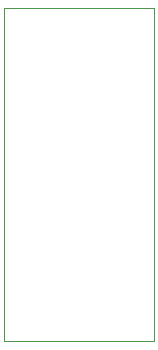
<source format=gbr>
%TF.GenerationSoftware,KiCad,Pcbnew,5.1.8-db9833491~87~ubuntu18.04.1*%
%TF.CreationDate,2020-11-28T12:04:11+00:00*%
%TF.ProjectId,JLink_6Pin_SWD_Adaptor,4a4c696e-6b5f-4365-9069-6e5f5357445f,rev?*%
%TF.SameCoordinates,Original*%
%TF.FileFunction,Profile,NP*%
%FSLAX46Y46*%
G04 Gerber Fmt 4.6, Leading zero omitted, Abs format (unit mm)*
G04 Created by KiCad (PCBNEW 5.1.8-db9833491~87~ubuntu18.04.1) date 2020-11-28 12:04:11*
%MOMM*%
%LPD*%
G01*
G04 APERTURE LIST*
%TA.AperFunction,Profile*%
%ADD10C,0.050000*%
%TD*%
G04 APERTURE END LIST*
D10*
X139700000Y-92710000D02*
X139700000Y-64516000D01*
X139700000Y-92710000D02*
X152400000Y-92710000D01*
X152400000Y-64516000D02*
X152400000Y-92710000D01*
X139700000Y-64516000D02*
X152400000Y-64516000D01*
M02*

</source>
